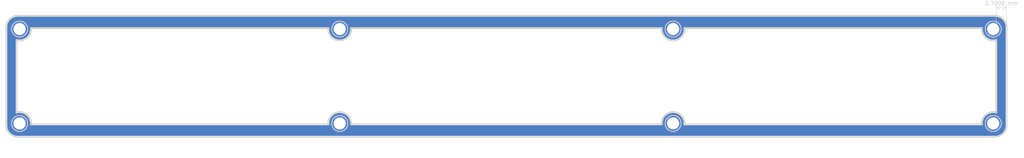
<source format=kicad_pcb>
(kicad_pcb (version 20221018) (generator pcbnew)
  (layers (0 "F.Cu" signal) (31 "B.Cu" signal) (34 "B.Paste" user) (35 "F.Paste" user) (36 "B.SilkS" user "B.Silkscreen") (37 "F.SilkS" user "F.Silkscreen") (38 "B.Mask" user) (39 "F.Mask" user) (44 "Edge.Cuts" user))
  (net 0 "")
  (footprint "CIS:CIS_Edge_L1" (layer "F.Cu") (at 16.62132 125)
    (fp_text reference "REF**" hide)
    (fp_text value "CIS_Edge_1" hide)
    (fp_line (start 0 -29) (end 0 -3) (stroke (width 0.5)) (layer "Edge.Cuts"))
    (fp_line (start 3 0) (end 261 0) (stroke (width 0.5)) (layer "Edge.Cuts"))
    (fp_line (start 261 -32) (end 3 -32) (stroke (width 0.5)) (layer "Edge.Cuts"))
    (fp_line (start 264 -3) (end 264 -29) (stroke (width 0.5)) (layer "Edge.Cuts"))
    (fp_arc (start 0 -29) (mid 0.87868 -31.12132) (end 3 -32) (stroke (width 0.5)) (layer "Edge.Cuts"))
    (fp_arc (start 3 0) (mid 0.87868 -0.87868) (end 0 -3) (stroke (width 0.5)) (layer "Edge.Cuts"))
    (fp_arc (start 261 -32) (mid 263.12132 -31.12132) (end 264 -29) (stroke (width 0.5)) (layer "Edge.Cuts"))
    (fp_arc (start 264 -3) (mid 263.12132 -0.87868) (end 261 0) (stroke (width 0.5)) (layer "Edge.Cuts"))
  )
  (footprint "CIS:CIS_Edge_Holes_In" (layer "F.Cu") (at 16.62132 125)
    (fp_text reference "REF**" hide)
    (fp_text value "CIS_Edge_1" hide)
    (pad "" thru_hole circle (at 3.5 -28.5) (size 4 4) (drill 3.2) (layers "*.Cu" "*.Mask"))
    (pad "" thru_hole circle (at 3.5 -3.5) (size 4 4) (drill 3.2) (layers "*.Cu" "*.Mask"))
    (pad "" thru_hole circle (at 88 -28.5) (size 4 4) (drill 3.2) (layers "*.Cu" "*.Mask"))
    (pad "" thru_hole circle (at 88 -3.5) (size 4 4) (drill 3.2) (layers "*.Cu" "*.Mask"))
    (pad "" thru_hole circle (at 176 -28.5) (size 4 4) (drill 3.2) (layers "*.Cu" "*.Mask"))
    (pad "" thru_hole circle (at 176 -3.5287) (size 4 4) (drill 3.2) (layers "*.Cu" "*.Mask"))
    (pad "" thru_hole circle (at 260.5 -28.5) (size 4 4) (drill 3.2) (layers "*.Cu" "*.Mask"))
    (pad "" thru_hole circle (at 260.5 -3.5) (size 4 4) (drill 3.2) (layers "*.Cu" "*.Mask"))
  )
  (gr_line (start 107.621319 96.25) (end 189.621322 96.25) (stroke (width 0.5)) (layer "Edge.Cuts"))
  (gr_line (start 19.32132 118.595677) (end 19.32132 99.404323) (stroke (width 0.5)) (layer "Edge.Cuts"))
  (gr_line (start 277.92132 99.404323) (end 277.92132 118.595677) (stroke (width 0.5)) (layer "Edge.Cuts"))
  (gr_arc (start 274.121321 121.75) (mid 275.196182 119.185624) (end 277.913408 118.595677) (stroke (width 0.5)) (layer "Edge.Cuts"))
  (gr_line (start 189.621321 121.75) (end 107.621318 121.75) (stroke (width 0.5)) (layer "Edge.Cuts"))
  (gr_arc (start 107.621319 96.25) (mid 104.62132 99.510398) (end 101.621321 96.25) (stroke (width 0.5)) (layer "Edge.Cuts"))
  (gr_arc (start 277.913409 99.404323) (mid 275.196183 98.814377) (end 274.121322 96.25) (stroke (width 0.5)) (layer "Edge.Cuts"))
  (gr_arc (start 19.329231 118.595677) (mid 22.046457 119.185624) (end 23.121318 121.75) (stroke (width 0.5)) (layer "Edge.Cuts"))
  (gr_arc (start 195.62132 96.25) (mid 192.621321 99.510398) (end 189.621322 96.25) (stroke (width 0.5)) (layer "Edge.Cuts"))
  (gr_line (start 101.62132 121.75) (end 23.121318 121.75) (stroke (width 0.5)) (layer "Edge.Cuts"))
  (gr_arc (start 189.621321 121.75) (mid 192.62132 118.489602) (end 195.621319 121.75) (stroke (width 0.5)) (layer "Edge.Cuts"))
  (gr_arc (start 101.62132 121.75) (mid 104.621319 118.489602) (end 107.621318 121.75) (stroke (width 0.5)) (layer "Edge.Cuts"))
  (gr_arc (start 23.121319 96.25) (mid 22.046458 98.814376) (end 19.329232 99.404323) (stroke (width 0.5)) (layer "Edge.Cuts"))
  (gr_line (start 274.121321 121.75) (end 195.621319 121.75) (stroke (width 0.5)) (layer "Edge.Cuts"))
  (gr_line (start 195.62132 96.25) (end 274.121322 96.25) (stroke (width 0.5)) (layer "Edge.Cuts"))
  (gr_line (start 23.121319 96.25) (end 101.621321 96.25) (stroke (width 0.5)) (layer "Edge.Cuts"))
  (dimension (type aligned) (layer "Edge.Cuts") (pts (xy 280.62132 96) (xy 277.92132 96)) (height 5.2) (gr_text "2.7000 mm" (at 279.27132 89.65) (layer "Edge.Cuts") (effects (font (size 1 1) (thickness 0.15)))) (format (prefix "") (suffix "") (units 3) (units_format 1) (precision 4)) (style (thickness 0.1) (arrow_length 1.27) (text_position_mode 0) (extension_height 0.58642) (extension_offset 0.5) keep_text_aligned))
  (zone (net 0) (net_name "") (layers "F&B.Cu") (connect_pads no (clearance 0.15)) (min_thickness 0.15) (fill yes (thermal_gap 0.2) (thermal_bridge_width 0.2) (island_removal_mode 1) (island_area_min 10))
    (polygon (pts (xy 281.62132 126) (xy 15.62132 126) (xy 15.62132 92) (xy 281.62132 92)))
  )
)
</source>
